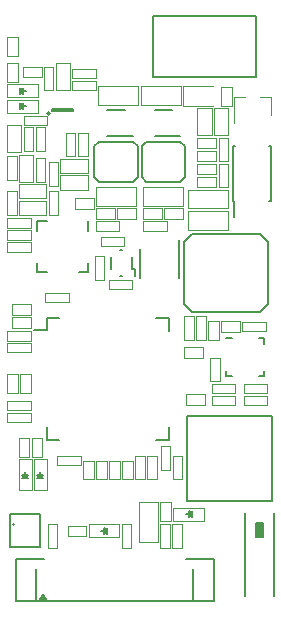
<source format=gto>
G04 #@! TF.FileFunction,Legend,Top*
%FSLAX46Y46*%
G04 Gerber Fmt 4.6, Leading zero omitted, Abs format (unit mm)*
G04 Created by KiCad (PCBNEW 4.0.6+dfsg1-1) date Thu Dec 21 22:59:20 2017*
%MOMM*%
%LPD*%
G01*
G04 APERTURE LIST*
%ADD10C,0.100000*%
%ADD11C,0.150000*%
%ADD12C,0.200000*%
%ADD13C,0.120000*%
G04 APERTURE END LIST*
D10*
X50600000Y-98300000D02*
X52600000Y-98300000D01*
X52600000Y-98300000D02*
X52600000Y-99100000D01*
X52600000Y-99100000D02*
X50600000Y-99100000D01*
X50600000Y-99100000D02*
X50600000Y-98300000D01*
D11*
X58250000Y-96300000D02*
X58250000Y-96900000D01*
X57950000Y-96300000D02*
X58250000Y-96300000D01*
X56150000Y-96300000D02*
X56150000Y-95300000D01*
X57950000Y-96300000D02*
X57950000Y-95300000D01*
X56950000Y-94700000D02*
X57150000Y-94700000D01*
X57150000Y-96900000D02*
X56950000Y-96900000D01*
X50725000Y-100425000D02*
X50725000Y-101425000D01*
X61075000Y-100425000D02*
X61075000Y-101500000D01*
X61075000Y-110775000D02*
X61075000Y-109700000D01*
X50725000Y-110775000D02*
X50725000Y-109700000D01*
X50725000Y-100425000D02*
X51800000Y-100425000D01*
X50725000Y-110775000D02*
X51800000Y-110775000D01*
X61075000Y-110775000D02*
X60000000Y-110775000D01*
X61075000Y-100425000D02*
X60000000Y-100425000D01*
X50725000Y-101425000D02*
X49700000Y-101425000D01*
X47995711Y-117900000D02*
G75*
G03X47995711Y-117900000I-70711J0D01*
G01*
D12*
X47700000Y-119800000D02*
X50200000Y-119800000D01*
X50200000Y-119800000D02*
X50200000Y-117000000D01*
X50200000Y-117000000D02*
X47700000Y-117000000D01*
X47700000Y-117000000D02*
X47600000Y-117000000D01*
X47600000Y-117000000D02*
X47600000Y-119800000D01*
X47600000Y-119800000D02*
X47700000Y-119800000D01*
D10*
X58550000Y-119400000D02*
X60150000Y-119400000D01*
X60150000Y-119400000D02*
X60150000Y-116000000D01*
X60150000Y-116000000D02*
X58550000Y-116000000D01*
X58550000Y-116000000D02*
X58550000Y-119400000D01*
D11*
X69175000Y-102125000D02*
X69175000Y-102625000D01*
X65925000Y-105375000D02*
X65925000Y-104875000D01*
X69175000Y-105375000D02*
X69175000Y-104875000D01*
X65925000Y-102125000D02*
X66425000Y-102125000D01*
X65925000Y-105375000D02*
X66425000Y-105375000D01*
X69175000Y-105375000D02*
X68675000Y-105375000D01*
X69175000Y-102125000D02*
X68675000Y-102125000D01*
D10*
X62550000Y-106900000D02*
X64150000Y-106900000D01*
X64150000Y-106900000D02*
X64150000Y-107800000D01*
X64150000Y-107800000D02*
X62550000Y-107800000D01*
X62550000Y-107800000D02*
X62550000Y-106900000D01*
D12*
X48100000Y-124400000D02*
X64900000Y-124400000D01*
X64900000Y-120800000D02*
X64900000Y-124400000D01*
X48100000Y-120800000D02*
X48100000Y-124400000D01*
X62500000Y-120800000D02*
X64900000Y-120800000D01*
X48100000Y-120800000D02*
X50500000Y-120800000D01*
X63150000Y-121700000D02*
X63150000Y-124400000D01*
X50450000Y-123900000D02*
X50650000Y-124400000D01*
X50450000Y-123900000D02*
X50250000Y-124400000D01*
X50450000Y-123900000D02*
X50450000Y-124400000D01*
X50450000Y-123900000D02*
X50800000Y-124400000D01*
X50100000Y-124400000D02*
X50450000Y-123900000D01*
X49850000Y-121700000D02*
X49850000Y-123100000D01*
X49850000Y-124400000D02*
X49850000Y-123100000D01*
X69800000Y-108800000D02*
X69800000Y-108700000D01*
X69800000Y-108700000D02*
X69700000Y-108700000D01*
X69700000Y-115900000D02*
X69800000Y-115900000D01*
X69800000Y-115900000D02*
X69800000Y-115800000D01*
X62700000Y-115900000D02*
X62600000Y-115900000D01*
X62600000Y-115900000D02*
X62600000Y-115800000D01*
X62700000Y-108700000D02*
X62600000Y-108700000D01*
X62600000Y-108700000D02*
X62600000Y-108800000D01*
X69800000Y-115800000D02*
X69800000Y-108800000D01*
X69700000Y-108700000D02*
X62700000Y-108700000D01*
X62600000Y-108800000D02*
X62600000Y-115800000D01*
X62700000Y-115900000D02*
X69700000Y-115900000D01*
D10*
X49400000Y-105150000D02*
X49400000Y-106750000D01*
X49400000Y-106750000D02*
X48500000Y-106750000D01*
X48500000Y-106750000D02*
X48500000Y-105150000D01*
X48500000Y-105150000D02*
X49400000Y-105150000D01*
X54750000Y-112500000D02*
X54750000Y-114100000D01*
X54750000Y-114100000D02*
X53850000Y-114100000D01*
X53850000Y-114100000D02*
X53850000Y-112500000D01*
X53850000Y-112500000D02*
X54750000Y-112500000D01*
X54950000Y-114100000D02*
X54950000Y-112500000D01*
X54950000Y-112500000D02*
X55850000Y-112500000D01*
X55850000Y-112500000D02*
X55850000Y-114100000D01*
X55850000Y-114100000D02*
X54950000Y-114100000D01*
D11*
X54250000Y-96550000D02*
X53475000Y-96550000D01*
X49950000Y-92250000D02*
X50725000Y-92250000D01*
X49950000Y-96550000D02*
X50725000Y-96550000D01*
X54250000Y-92250000D02*
X54250000Y-93025000D01*
X49950000Y-92250000D02*
X49950000Y-93025000D01*
X49950000Y-96550000D02*
X49950000Y-95775000D01*
X54250000Y-96550000D02*
X54250000Y-95775000D01*
D10*
X52350000Y-86750000D02*
X52350000Y-84750000D01*
X52350000Y-84750000D02*
X53150000Y-84750000D01*
X53150000Y-84750000D02*
X53150000Y-86750000D01*
X53150000Y-86750000D02*
X52350000Y-86750000D01*
X49400000Y-92800000D02*
X47400000Y-92800000D01*
X47400000Y-92800000D02*
X47400000Y-92000000D01*
X47400000Y-92000000D02*
X49400000Y-92000000D01*
X49400000Y-92000000D02*
X49400000Y-92800000D01*
X49400000Y-94800000D02*
X47400000Y-94800000D01*
X47400000Y-94800000D02*
X47400000Y-94000000D01*
X47400000Y-94000000D02*
X49400000Y-94000000D01*
X49400000Y-94000000D02*
X49400000Y-94800000D01*
X49400000Y-93800000D02*
X47400000Y-93800000D01*
X47400000Y-93800000D02*
X47400000Y-93000000D01*
X47400000Y-93000000D02*
X49400000Y-93000000D01*
X49400000Y-93000000D02*
X49400000Y-93800000D01*
X57300000Y-94350000D02*
X55300000Y-94350000D01*
X55300000Y-94350000D02*
X55300000Y-93550000D01*
X55300000Y-93550000D02*
X57300000Y-93550000D01*
X57300000Y-93550000D02*
X57300000Y-94350000D01*
X62700000Y-91350000D02*
X62700000Y-92950000D01*
X62700000Y-92950000D02*
X66100000Y-92950000D01*
X66100000Y-92950000D02*
X66100000Y-91350000D01*
X66100000Y-91350000D02*
X62700000Y-91350000D01*
X65300000Y-89350000D02*
X65300000Y-87350000D01*
X65300000Y-87350000D02*
X66100000Y-87350000D01*
X66100000Y-87350000D02*
X66100000Y-89350000D01*
X66100000Y-89350000D02*
X65300000Y-89350000D01*
X62700000Y-89550000D02*
X62700000Y-91150000D01*
X62700000Y-91150000D02*
X66100000Y-91150000D01*
X66100000Y-91150000D02*
X66100000Y-89550000D01*
X66100000Y-89550000D02*
X62700000Y-89550000D01*
X55100000Y-80800000D02*
X55100000Y-82400000D01*
X55100000Y-82400000D02*
X58500000Y-82400000D01*
X58500000Y-82400000D02*
X58500000Y-80800000D01*
X58500000Y-80800000D02*
X55100000Y-80800000D01*
X58900000Y-92250000D02*
X60900000Y-92250000D01*
X60900000Y-92250000D02*
X60900000Y-93050000D01*
X60900000Y-93050000D02*
X58900000Y-93050000D01*
X58900000Y-93050000D02*
X58900000Y-92250000D01*
X62300000Y-90950000D02*
X62300000Y-89350000D01*
X62300000Y-89350000D02*
X58900000Y-89350000D01*
X58900000Y-89350000D02*
X58900000Y-90950000D01*
X58900000Y-90950000D02*
X62300000Y-90950000D01*
X65400000Y-103800000D02*
X65400000Y-105800000D01*
X65400000Y-105800000D02*
X64600000Y-105800000D01*
X64600000Y-105800000D02*
X64600000Y-103800000D01*
X64600000Y-103800000D02*
X65400000Y-103800000D01*
X69300000Y-101550000D02*
X67300000Y-101550000D01*
X67300000Y-101550000D02*
X67300000Y-100750000D01*
X67300000Y-100750000D02*
X69300000Y-100750000D01*
X69300000Y-100750000D02*
X69300000Y-101550000D01*
X66700000Y-106800000D02*
X64700000Y-106800000D01*
X64700000Y-106800000D02*
X64700000Y-106000000D01*
X64700000Y-106000000D02*
X66700000Y-106000000D01*
X66700000Y-106000000D02*
X66700000Y-106800000D01*
X67400000Y-106000000D02*
X69400000Y-106000000D01*
X69400000Y-106000000D02*
X69400000Y-106800000D01*
X69400000Y-106800000D02*
X67400000Y-106800000D01*
X67400000Y-106800000D02*
X67400000Y-106000000D01*
X67400000Y-107000000D02*
X69400000Y-107000000D01*
X69400000Y-107000000D02*
X69400000Y-107800000D01*
X69400000Y-107800000D02*
X67400000Y-107800000D01*
X67400000Y-107800000D02*
X67400000Y-107000000D01*
X47400000Y-91700000D02*
X47400000Y-89700000D01*
X47400000Y-89700000D02*
X48200000Y-89700000D01*
X48200000Y-89700000D02*
X48200000Y-91700000D01*
X48200000Y-91700000D02*
X47400000Y-91700000D01*
X51700000Y-89700000D02*
X51700000Y-91700000D01*
X51700000Y-91700000D02*
X50900000Y-91700000D01*
X50900000Y-91700000D02*
X50900000Y-89700000D01*
X50900000Y-89700000D02*
X51700000Y-89700000D01*
X49800000Y-88900000D02*
X49800000Y-86900000D01*
X49800000Y-86900000D02*
X50600000Y-86900000D01*
X50600000Y-86900000D02*
X50600000Y-88900000D01*
X50600000Y-88900000D02*
X49800000Y-88900000D01*
X47400000Y-88750000D02*
X47400000Y-86750000D01*
X47400000Y-86750000D02*
X48200000Y-86750000D01*
X48200000Y-86750000D02*
X48200000Y-88750000D01*
X48200000Y-88750000D02*
X47400000Y-88750000D01*
X49800000Y-86300000D02*
X49800000Y-84300000D01*
X49800000Y-84300000D02*
X50600000Y-84300000D01*
X50600000Y-84300000D02*
X50600000Y-86300000D01*
X50600000Y-86300000D02*
X49800000Y-86300000D01*
X48800000Y-86300000D02*
X48800000Y-84300000D01*
X48800000Y-84300000D02*
X49600000Y-84300000D01*
X49600000Y-84300000D02*
X49600000Y-86300000D01*
X49600000Y-86300000D02*
X48800000Y-86300000D01*
X65300000Y-87150000D02*
X65300000Y-85150000D01*
X65300000Y-85150000D02*
X66100000Y-85150000D01*
X66100000Y-85150000D02*
X66100000Y-87150000D01*
X66100000Y-87150000D02*
X65300000Y-87150000D01*
X51650000Y-117900000D02*
X51650000Y-119900000D01*
X51650000Y-119900000D02*
X50850000Y-119900000D01*
X50850000Y-119900000D02*
X50850000Y-117900000D01*
X50850000Y-117900000D02*
X51650000Y-117900000D01*
X57900000Y-117900000D02*
X57900000Y-119900000D01*
X57900000Y-119900000D02*
X57100000Y-119900000D01*
X57100000Y-119900000D02*
X57100000Y-117900000D01*
X57100000Y-117900000D02*
X57900000Y-117900000D01*
X55600000Y-95200000D02*
X55600000Y-97200000D01*
X55600000Y-97200000D02*
X54800000Y-97200000D01*
X54800000Y-97200000D02*
X54800000Y-95200000D01*
X54800000Y-95200000D02*
X55600000Y-95200000D01*
X62150000Y-117900000D02*
X62150000Y-119900000D01*
X62150000Y-119900000D02*
X61350000Y-119900000D01*
X61350000Y-119900000D02*
X61350000Y-117900000D01*
X61350000Y-117900000D02*
X62150000Y-117900000D01*
X61150000Y-117900000D02*
X61150000Y-119900000D01*
X61150000Y-119900000D02*
X60350000Y-119900000D01*
X60350000Y-119900000D02*
X60350000Y-117900000D01*
X60350000Y-117900000D02*
X61150000Y-117900000D01*
X47400000Y-101550000D02*
X49400000Y-101550000D01*
X49400000Y-101550000D02*
X49400000Y-102350000D01*
X49400000Y-102350000D02*
X47400000Y-102350000D01*
X47400000Y-102350000D02*
X47400000Y-101550000D01*
X49400000Y-109250000D02*
X47400000Y-109250000D01*
X47400000Y-109250000D02*
X47400000Y-108450000D01*
X47400000Y-108450000D02*
X49400000Y-108450000D01*
X49400000Y-108450000D02*
X49400000Y-109250000D01*
X49400000Y-108250000D02*
X47400000Y-108250000D01*
X47400000Y-108250000D02*
X47400000Y-107450000D01*
X47400000Y-107450000D02*
X49400000Y-107450000D01*
X49400000Y-107450000D02*
X49400000Y-108250000D01*
X47400000Y-102550000D02*
X49400000Y-102550000D01*
X49400000Y-102550000D02*
X49400000Y-103350000D01*
X49400000Y-103350000D02*
X47400000Y-103350000D01*
X47400000Y-103350000D02*
X47400000Y-102550000D01*
X63200000Y-100300000D02*
X63200000Y-102300000D01*
X63200000Y-102300000D02*
X62400000Y-102300000D01*
X62400000Y-102300000D02*
X62400000Y-100300000D01*
X62400000Y-100300000D02*
X63200000Y-100300000D01*
X59250000Y-114100000D02*
X59250000Y-112100000D01*
X59250000Y-112100000D02*
X60050000Y-112100000D01*
X60050000Y-112100000D02*
X60050000Y-114100000D01*
X60050000Y-114100000D02*
X59250000Y-114100000D01*
X51600000Y-112100000D02*
X53600000Y-112100000D01*
X53600000Y-112100000D02*
X53600000Y-112900000D01*
X53600000Y-112900000D02*
X51600000Y-112900000D01*
X51600000Y-112900000D02*
X51600000Y-112100000D01*
X64200000Y-100300000D02*
X64200000Y-102300000D01*
X64200000Y-102300000D02*
X63400000Y-102300000D01*
X63400000Y-102300000D02*
X63400000Y-100300000D01*
X63400000Y-100300000D02*
X64200000Y-100300000D01*
X58250000Y-114100000D02*
X58250000Y-112100000D01*
X58250000Y-112100000D02*
X59050000Y-112100000D01*
X59050000Y-112100000D02*
X59050000Y-114100000D01*
X59050000Y-114100000D02*
X58250000Y-114100000D01*
X50000000Y-81950000D02*
X50000000Y-83050000D01*
X47400000Y-83050000D02*
X47400000Y-81950000D01*
X47400000Y-81950000D02*
X50000000Y-81950000D01*
X50000000Y-83050000D02*
X47400000Y-83050000D01*
D11*
X48500000Y-82500000D02*
X48950000Y-82500000D01*
X48450000Y-82250000D02*
X48450000Y-82750000D01*
X48450000Y-82500000D02*
X48700000Y-82250000D01*
X48700000Y-82250000D02*
X48700000Y-82750000D01*
X48700000Y-82750000D02*
X48450000Y-82500000D01*
D10*
X48350000Y-112400000D02*
X49450000Y-112400000D01*
X49450000Y-115000000D02*
X48350000Y-115000000D01*
X48350000Y-115000000D02*
X48350000Y-112400000D01*
X49450000Y-112400000D02*
X49450000Y-115000000D01*
D11*
X48900000Y-113900000D02*
X48900000Y-113450000D01*
X48650000Y-113950000D02*
X49150000Y-113950000D01*
X48900000Y-113950000D02*
X48650000Y-113700000D01*
X48650000Y-113700000D02*
X49150000Y-113700000D01*
X49150000Y-113700000D02*
X48900000Y-113950000D01*
D10*
X61450000Y-117600000D02*
X61450000Y-116500000D01*
X64050000Y-116500000D02*
X64050000Y-117600000D01*
X64050000Y-117600000D02*
X61450000Y-117600000D01*
X61450000Y-116500000D02*
X64050000Y-116500000D01*
D11*
X62950000Y-117050000D02*
X62500000Y-117050000D01*
X63000000Y-117300000D02*
X63000000Y-116800000D01*
X63000000Y-117050000D02*
X62750000Y-117300000D01*
X62750000Y-117300000D02*
X62750000Y-116800000D01*
X62750000Y-116800000D02*
X63000000Y-117050000D01*
X66475000Y-90525000D02*
X66575000Y-90525000D01*
X66475000Y-85875000D02*
X66675000Y-85875000D01*
X69725000Y-85875000D02*
X69525000Y-85875000D01*
X69725000Y-90525000D02*
X69525000Y-90525000D01*
X66475000Y-90525000D02*
X66475000Y-85875000D01*
X69725000Y-90525000D02*
X69725000Y-85875000D01*
X66575000Y-90525000D02*
X66575000Y-91875000D01*
X61325000Y-82800000D02*
X59875000Y-82800000D01*
X62050000Y-85000000D02*
X59875000Y-85000000D01*
X58650000Y-94575000D02*
X58650000Y-97025000D01*
X61950000Y-93850000D02*
X61950000Y-97025000D01*
D10*
X63500000Y-88450000D02*
X65100000Y-88450000D01*
X65100000Y-88450000D02*
X65100000Y-89350000D01*
X65100000Y-89350000D02*
X63500000Y-89350000D01*
X63500000Y-89350000D02*
X63500000Y-88450000D01*
X65100000Y-88250000D02*
X63500000Y-88250000D01*
X63500000Y-88250000D02*
X63500000Y-87350000D01*
X63500000Y-87350000D02*
X65100000Y-87350000D01*
X65100000Y-87350000D02*
X65100000Y-88250000D01*
X47400000Y-106750000D02*
X47400000Y-105150000D01*
X47400000Y-105150000D02*
X48300000Y-105150000D01*
X48300000Y-105150000D02*
X48300000Y-106750000D01*
X48300000Y-106750000D02*
X47400000Y-106750000D01*
X57150000Y-114100000D02*
X57150000Y-112500000D01*
X57150000Y-112500000D02*
X58050000Y-112500000D01*
X58050000Y-112500000D02*
X58050000Y-114100000D01*
X58050000Y-114100000D02*
X57150000Y-114100000D01*
X56950000Y-112500000D02*
X56950000Y-114100000D01*
X56950000Y-114100000D02*
X56050000Y-114100000D01*
X56050000Y-114100000D02*
X56050000Y-112500000D01*
X56050000Y-112500000D02*
X56950000Y-112500000D01*
X58900000Y-91150000D02*
X60500000Y-91150000D01*
X60500000Y-91150000D02*
X60500000Y-92050000D01*
X60500000Y-92050000D02*
X58900000Y-92050000D01*
X58900000Y-92050000D02*
X58900000Y-91150000D01*
X60700000Y-91150000D02*
X62300000Y-91150000D01*
X62300000Y-91150000D02*
X62300000Y-92050000D01*
X62300000Y-92050000D02*
X60700000Y-92050000D01*
X60700000Y-92050000D02*
X60700000Y-91150000D01*
X64400000Y-102300000D02*
X64400000Y-100700000D01*
X64400000Y-100700000D02*
X65300000Y-100700000D01*
X65300000Y-100700000D02*
X65300000Y-102300000D01*
X65300000Y-102300000D02*
X64400000Y-102300000D01*
X48300000Y-76650000D02*
X48300000Y-78250000D01*
X48300000Y-78250000D02*
X47400000Y-78250000D01*
X47400000Y-78250000D02*
X47400000Y-76650000D01*
X47400000Y-76650000D02*
X48300000Y-76650000D01*
X49250000Y-110600000D02*
X49250000Y-112200000D01*
X49250000Y-112200000D02*
X48350000Y-112200000D01*
X48350000Y-112200000D02*
X48350000Y-110600000D01*
X48350000Y-110600000D02*
X49250000Y-110600000D01*
X67100000Y-101600000D02*
X65500000Y-101600000D01*
X65500000Y-101600000D02*
X65500000Y-100700000D01*
X65500000Y-100700000D02*
X67100000Y-100700000D01*
X67100000Y-100700000D02*
X67100000Y-101600000D01*
X53100000Y-90300000D02*
X54700000Y-90300000D01*
X54700000Y-90300000D02*
X54700000Y-91200000D01*
X54700000Y-91200000D02*
X53100000Y-91200000D01*
X53100000Y-91200000D02*
X53100000Y-90300000D01*
X66100000Y-82650000D02*
X66100000Y-84950000D01*
X66100000Y-84950000D02*
X64900000Y-84950000D01*
X64900000Y-84950000D02*
X64900000Y-82650000D01*
X64900000Y-82650000D02*
X66100000Y-82650000D01*
X61250000Y-116000000D02*
X61250000Y-117600000D01*
X61250000Y-117600000D02*
X60350000Y-117600000D01*
X60350000Y-117600000D02*
X60350000Y-116000000D01*
X60350000Y-116000000D02*
X61250000Y-116000000D01*
X63500000Y-84950000D02*
X63500000Y-82650000D01*
X63500000Y-82650000D02*
X64700000Y-82650000D01*
X64700000Y-82650000D02*
X64700000Y-84950000D01*
X64700000Y-84950000D02*
X63500000Y-84950000D01*
X47800000Y-99250000D02*
X49400000Y-99250000D01*
X49400000Y-99250000D02*
X49400000Y-100150000D01*
X49400000Y-100150000D02*
X47800000Y-100150000D01*
X47800000Y-100150000D02*
X47800000Y-99250000D01*
X47800000Y-100350000D02*
X49400000Y-100350000D01*
X49400000Y-100350000D02*
X49400000Y-101250000D01*
X49400000Y-101250000D02*
X47800000Y-101250000D01*
X47800000Y-101250000D02*
X47800000Y-100350000D01*
X65100000Y-87150000D02*
X63500000Y-87150000D01*
X63500000Y-87150000D02*
X63500000Y-86250000D01*
X63500000Y-86250000D02*
X65100000Y-86250000D01*
X65100000Y-86250000D02*
X65100000Y-87150000D01*
X65100000Y-86050000D02*
X63500000Y-86050000D01*
X63500000Y-86050000D02*
X63500000Y-85150000D01*
X63500000Y-85150000D02*
X65100000Y-85150000D01*
X65100000Y-85150000D02*
X65100000Y-86050000D01*
X64000000Y-103800000D02*
X62400000Y-103800000D01*
X62400000Y-103800000D02*
X62400000Y-102900000D01*
X62400000Y-102900000D02*
X64000000Y-102900000D01*
X64000000Y-102900000D02*
X64000000Y-103800000D01*
X58700000Y-80800000D02*
X58700000Y-82400000D01*
X58700000Y-82400000D02*
X62100000Y-82400000D01*
X62100000Y-82400000D02*
X62100000Y-80800000D01*
X62100000Y-80800000D02*
X58700000Y-80800000D01*
X54900000Y-92250000D02*
X56900000Y-92250000D01*
X56900000Y-92250000D02*
X56900000Y-93050000D01*
X56900000Y-93050000D02*
X54900000Y-93050000D01*
X54900000Y-93050000D02*
X54900000Y-92250000D01*
X58300000Y-90950000D02*
X58300000Y-89350000D01*
X58300000Y-89350000D02*
X54900000Y-89350000D01*
X54900000Y-89350000D02*
X54900000Y-90950000D01*
X54900000Y-90950000D02*
X58300000Y-90950000D01*
X54900000Y-91150000D02*
X56500000Y-91150000D01*
X56500000Y-91150000D02*
X56500000Y-92050000D01*
X56500000Y-92050000D02*
X54900000Y-92050000D01*
X54900000Y-92050000D02*
X54900000Y-91150000D01*
X56700000Y-91150000D02*
X58300000Y-91150000D01*
X58300000Y-91150000D02*
X58300000Y-92050000D01*
X58300000Y-92050000D02*
X56700000Y-92050000D01*
X56700000Y-92050000D02*
X56700000Y-91150000D01*
D11*
X57325000Y-82800000D02*
X55875000Y-82800000D01*
X58050000Y-85000000D02*
X55875000Y-85000000D01*
D12*
X62430000Y-88510000D02*
X62040000Y-88900000D01*
X62430000Y-85890000D02*
X62040000Y-85500000D01*
X62430000Y-88510000D02*
X62430000Y-85890000D01*
X59160000Y-85500000D02*
X58770000Y-85890000D01*
X58770000Y-85890000D02*
X58770000Y-88510000D01*
X59160000Y-88900000D02*
X58770000Y-88510000D01*
X62040000Y-88900000D02*
X59160000Y-88900000D01*
X60600000Y-85500000D02*
X62040000Y-85500000D01*
X60600000Y-85500000D02*
X59160000Y-85500000D01*
X58430000Y-88510000D02*
X58040000Y-88900000D01*
X58430000Y-85890000D02*
X58040000Y-85500000D01*
X58430000Y-88510000D02*
X58430000Y-85890000D01*
X55160000Y-85500000D02*
X54770000Y-85890000D01*
X54770000Y-85890000D02*
X54770000Y-88510000D01*
X55160000Y-88900000D02*
X54770000Y-88510000D01*
X58040000Y-88900000D02*
X55160000Y-88900000D01*
X56600000Y-85500000D02*
X58040000Y-85500000D01*
X56600000Y-85500000D02*
X55160000Y-85500000D01*
D10*
X54300000Y-119000000D02*
X54300000Y-117900000D01*
X56900000Y-117900000D02*
X56900000Y-119000000D01*
X56900000Y-119000000D02*
X54300000Y-119000000D01*
X54300000Y-117900000D02*
X56900000Y-117900000D01*
D11*
X55800000Y-118450000D02*
X55350000Y-118450000D01*
X55850000Y-118700000D02*
X55850000Y-118200000D01*
X55850000Y-118450000D02*
X55600000Y-118700000D01*
X55600000Y-118700000D02*
X55600000Y-118200000D01*
X55600000Y-118200000D02*
X55850000Y-118450000D01*
D10*
X52500000Y-118000000D02*
X54100000Y-118000000D01*
X54100000Y-118000000D02*
X54100000Y-118900000D01*
X54100000Y-118900000D02*
X52500000Y-118900000D01*
X52500000Y-118900000D02*
X52500000Y-118000000D01*
X50900000Y-89250000D02*
X50900000Y-87250000D01*
X50900000Y-87250000D02*
X51700000Y-87250000D01*
X51700000Y-87250000D02*
X51700000Y-89250000D01*
X51700000Y-89250000D02*
X50900000Y-89250000D01*
X48800000Y-83300000D02*
X50800000Y-83300000D01*
X50800000Y-83300000D02*
X50800000Y-84100000D01*
X50800000Y-84100000D02*
X48800000Y-84100000D01*
X48800000Y-84100000D02*
X48800000Y-83300000D01*
X52900000Y-80350000D02*
X54900000Y-80350000D01*
X54900000Y-80350000D02*
X54900000Y-81150000D01*
X54900000Y-81150000D02*
X52900000Y-81150000D01*
X52900000Y-81150000D02*
X52900000Y-80350000D01*
X50500000Y-81150000D02*
X50500000Y-79150000D01*
X50500000Y-79150000D02*
X51300000Y-79150000D01*
X51300000Y-79150000D02*
X51300000Y-81150000D01*
X51300000Y-81150000D02*
X50500000Y-81150000D01*
X52900000Y-79350000D02*
X54900000Y-79350000D01*
X54900000Y-79350000D02*
X54900000Y-80150000D01*
X54900000Y-80150000D02*
X52900000Y-80150000D01*
X52900000Y-80150000D02*
X52900000Y-79350000D01*
X52700000Y-78850000D02*
X52700000Y-81150000D01*
X52700000Y-81150000D02*
X51500000Y-81150000D01*
X51500000Y-81150000D02*
X51500000Y-78850000D01*
X51500000Y-78850000D02*
X52700000Y-78850000D01*
X48400000Y-89100000D02*
X50700000Y-89100000D01*
X50700000Y-89100000D02*
X50700000Y-90300000D01*
X50700000Y-90300000D02*
X48400000Y-90300000D01*
X48400000Y-90300000D02*
X48400000Y-89100000D01*
X49600000Y-86600000D02*
X49600000Y-88900000D01*
X49600000Y-88900000D02*
X48400000Y-88900000D01*
X48400000Y-88900000D02*
X48400000Y-86600000D01*
X48400000Y-86600000D02*
X49600000Y-86600000D01*
X48600000Y-84100000D02*
X48600000Y-86400000D01*
X48600000Y-86400000D02*
X47400000Y-86400000D01*
X47400000Y-86400000D02*
X47400000Y-84100000D01*
X47400000Y-84100000D02*
X48600000Y-84100000D01*
X50700000Y-91700000D02*
X48400000Y-91700000D01*
X48400000Y-91700000D02*
X48400000Y-90500000D01*
X48400000Y-90500000D02*
X50700000Y-90500000D01*
X50700000Y-90500000D02*
X50700000Y-91700000D01*
X51900000Y-88350000D02*
X54200000Y-88350000D01*
X54200000Y-88350000D02*
X54200000Y-89550000D01*
X54200000Y-89550000D02*
X51900000Y-89550000D01*
X51900000Y-89550000D02*
X51900000Y-88350000D01*
D13*
X69730000Y-81740000D02*
X68800000Y-81740000D01*
X66570000Y-81740000D02*
X67500000Y-81740000D01*
X66570000Y-81740000D02*
X66570000Y-83900000D01*
X69730000Y-81740000D02*
X69730000Y-83200000D01*
D10*
X66400000Y-80850000D02*
X66400000Y-82450000D01*
X66400000Y-82450000D02*
X65500000Y-82450000D01*
X65500000Y-82450000D02*
X65500000Y-80850000D01*
X65500000Y-80850000D02*
X66400000Y-80850000D01*
D13*
X62300000Y-80750000D02*
X62300000Y-82450000D01*
X62300000Y-82450000D02*
X64850000Y-82450000D01*
X62300000Y-80750000D02*
X64850000Y-80750000D01*
D10*
X66700000Y-107800000D02*
X64700000Y-107800000D01*
X64700000Y-107800000D02*
X64700000Y-107000000D01*
X64700000Y-107000000D02*
X66700000Y-107000000D01*
X66700000Y-107000000D02*
X66700000Y-107800000D01*
X61200000Y-111300000D02*
X61200000Y-113300000D01*
X61200000Y-113300000D02*
X60400000Y-113300000D01*
X60400000Y-113300000D02*
X60400000Y-111300000D01*
X60400000Y-111300000D02*
X61200000Y-111300000D01*
X62200000Y-112100000D02*
X62200000Y-114100000D01*
X62200000Y-114100000D02*
X61400000Y-114100000D01*
X61400000Y-114100000D02*
X61400000Y-112100000D01*
X61400000Y-112100000D02*
X62200000Y-112100000D01*
X50000000Y-80650000D02*
X50000000Y-81750000D01*
X47400000Y-81750000D02*
X47400000Y-80650000D01*
X47400000Y-80650000D02*
X50000000Y-80650000D01*
X50000000Y-81750000D02*
X47400000Y-81750000D01*
D11*
X48500000Y-81200000D02*
X48950000Y-81200000D01*
X48450000Y-80950000D02*
X48450000Y-81450000D01*
X48450000Y-81200000D02*
X48700000Y-80950000D01*
X48700000Y-80950000D02*
X48700000Y-81450000D01*
X48700000Y-81450000D02*
X48450000Y-81200000D01*
D10*
X47400000Y-80450000D02*
X47400000Y-78850000D01*
X47400000Y-78850000D02*
X48300000Y-78850000D01*
X48300000Y-78850000D02*
X48300000Y-80450000D01*
X48300000Y-80450000D02*
X47400000Y-80450000D01*
D12*
X69460000Y-99220000D02*
X68780000Y-99900000D01*
X69460000Y-93980000D02*
X68780000Y-93300000D01*
X69460000Y-99220000D02*
X69460000Y-93980000D01*
X63020000Y-93300000D02*
X62340000Y-93980000D01*
X62340000Y-93980000D02*
X62340000Y-99220000D01*
X63020000Y-99900000D02*
X62340000Y-99220000D01*
X68780000Y-99900000D02*
X63020000Y-99900000D01*
X65900000Y-93300000D02*
X68780000Y-93300000D01*
X65900000Y-93300000D02*
X63020000Y-93300000D01*
D11*
X68950000Y-117750000D02*
X68950000Y-118950000D01*
X68850000Y-118950000D02*
X68850000Y-117750000D01*
X68750000Y-117750000D02*
X68750000Y-118950000D01*
X68650000Y-118950000D02*
X68650000Y-117750000D01*
X68550000Y-117750000D02*
X68550000Y-118950000D01*
X68450000Y-118950000D02*
X68450000Y-117750000D01*
X69050000Y-118950000D02*
X68450000Y-118950000D01*
X69050000Y-117750000D02*
X69050000Y-118950000D01*
X68450000Y-117750000D02*
X69050000Y-117750000D01*
X69950000Y-116950000D02*
X69950000Y-123950000D01*
X67550000Y-116950000D02*
X67550000Y-123950000D01*
X51011803Y-83100000D02*
G75*
G03X51011803Y-83100000I-111803J0D01*
G01*
X51200000Y-82900000D02*
X51200000Y-82700000D01*
X53000000Y-82900000D02*
X51200000Y-82900000D01*
X53000000Y-82700000D02*
X53000000Y-82900000D01*
X51200000Y-82700000D02*
X53000000Y-82700000D01*
X68450900Y-80000000D02*
X59750900Y-80000000D01*
X59750000Y-80000000D02*
X59750000Y-74825000D01*
X59750000Y-74825000D02*
X68450000Y-74825000D01*
X68450900Y-74825000D02*
X68450900Y-80000000D01*
D10*
X54200000Y-84750000D02*
X54200000Y-86750000D01*
X54200000Y-86750000D02*
X53400000Y-86750000D01*
X53400000Y-86750000D02*
X53400000Y-84750000D01*
X53400000Y-84750000D02*
X54200000Y-84750000D01*
X54200000Y-88150000D02*
X51900000Y-88150000D01*
X51900000Y-88150000D02*
X51900000Y-86950000D01*
X51900000Y-86950000D02*
X54200000Y-86950000D01*
X54200000Y-86950000D02*
X54200000Y-88150000D01*
X50300000Y-80050000D02*
X48700000Y-80050000D01*
X48700000Y-80050000D02*
X48700000Y-79150000D01*
X48700000Y-79150000D02*
X50300000Y-79150000D01*
X50300000Y-79150000D02*
X50300000Y-80050000D01*
X49650000Y-112400000D02*
X50750000Y-112400000D01*
X50750000Y-115000000D02*
X49650000Y-115000000D01*
X49650000Y-115000000D02*
X49650000Y-112400000D01*
X50750000Y-112400000D02*
X50750000Y-115000000D01*
D11*
X50200000Y-113900000D02*
X50200000Y-113450000D01*
X49950000Y-113950000D02*
X50450000Y-113950000D01*
X50200000Y-113950000D02*
X49950000Y-113700000D01*
X49950000Y-113700000D02*
X50450000Y-113700000D01*
X50450000Y-113700000D02*
X50200000Y-113950000D01*
D10*
X50350000Y-110600000D02*
X50350000Y-112200000D01*
X50350000Y-112200000D02*
X49450000Y-112200000D01*
X49450000Y-112200000D02*
X49450000Y-110600000D01*
X49450000Y-110600000D02*
X50350000Y-110600000D01*
X58000000Y-98000000D02*
X56000000Y-98000000D01*
X56000000Y-98000000D02*
X56000000Y-97200000D01*
X56000000Y-97200000D02*
X58000000Y-97200000D01*
X58000000Y-97200000D02*
X58000000Y-98000000D01*
M02*

</source>
